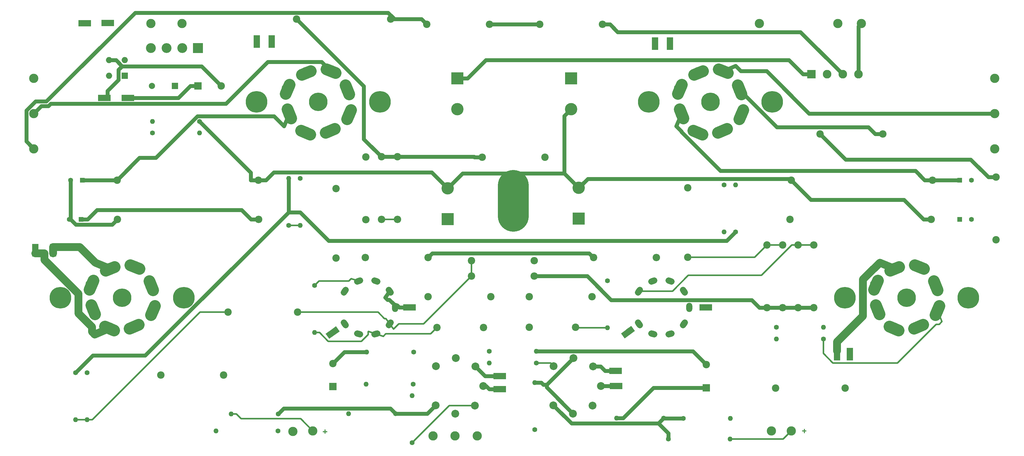
<source format=gbr>
G04 #@! TF.GenerationSoftware,KiCad,Pcbnew,(5.0.0)*
G04 #@! TF.CreationDate,2020-05-22T12:26:49+01:00*
G04 #@! TF.ProjectId,KIT88,4B495438382E6B696361645F70636200,rev?*
G04 #@! TF.SameCoordinates,Original*
G04 #@! TF.FileFunction,Copper,L1,Top,Signal*
G04 #@! TF.FilePolarity,Positive*
%FSLAX46Y46*%
G04 Gerber Fmt 4.6, Leading zero omitted, Abs format (unit mm)*
G04 Created by KiCad (PCBNEW (5.0.0)) date 05/22/20 12:26:49*
%MOMM*%
%LPD*%
G01*
G04 APERTURE LIST*
G04 #@! TA.AperFunction,NonConductor*
%ADD10C,0.300000*%
G04 #@! TD*
G04 #@! TA.AperFunction,ComponentPad*
%ADD11C,3.000000*%
G04 #@! TD*
G04 #@! TA.AperFunction,ComponentPad*
%ADD12R,2.000000X2.100000*%
G04 #@! TD*
G04 #@! TA.AperFunction,ComponentPad*
%ADD13C,2.000000*%
G04 #@! TD*
G04 #@! TA.AperFunction,Conductor*
%ADD14C,0.100000*%
G04 #@! TD*
G04 #@! TA.AperFunction,ComponentPad*
%ADD15R,2.100000X2.000000*%
G04 #@! TD*
G04 #@! TA.AperFunction,ComponentPad*
%ADD16C,2.540000*%
G04 #@! TD*
G04 #@! TA.AperFunction,Conductor*
%ADD17C,2.000000*%
G04 #@! TD*
G04 #@! TA.AperFunction,ComponentPad*
%ADD18O,2.000000X3.000000*%
G04 #@! TD*
G04 #@! TA.AperFunction,ComponentPad*
%ADD19C,7.000000*%
G04 #@! TD*
G04 #@! TA.AperFunction,ComponentPad*
%ADD20C,6.000000*%
G04 #@! TD*
G04 #@! TA.AperFunction,ComponentPad*
%ADD21C,3.800000*%
G04 #@! TD*
G04 #@! TA.AperFunction,Conductor*
%ADD22C,3.800000*%
G04 #@! TD*
G04 #@! TA.AperFunction,ComponentPad*
%ADD23R,2.000000X2.000000*%
G04 #@! TD*
G04 #@! TA.AperFunction,ComponentPad*
%ADD24O,2.000000X2.000000*%
G04 #@! TD*
G04 #@! TA.AperFunction,ComponentPad*
%ADD25O,2.400000X2.400000*%
G04 #@! TD*
G04 #@! TA.AperFunction,ComponentPad*
%ADD26C,2.400000*%
G04 #@! TD*
G04 #@! TA.AperFunction,ComponentPad*
%ADD27C,2.800000*%
G04 #@! TD*
G04 #@! TA.AperFunction,ComponentPad*
%ADD28R,2.800000X2.800000*%
G04 #@! TD*
G04 #@! TA.AperFunction,ComponentPad*
%ADD29C,3.200000*%
G04 #@! TD*
G04 #@! TA.AperFunction,ComponentPad*
%ADD30R,3.200000X3.200000*%
G04 #@! TD*
G04 #@! TA.AperFunction,ComponentPad*
%ADD31C,4.000000*%
G04 #@! TD*
G04 #@! TA.AperFunction,ComponentPad*
%ADD32R,4.000000X4.000000*%
G04 #@! TD*
G04 #@! TA.AperFunction,ComponentPad*
%ADD33R,2.400000X2.400000*%
G04 #@! TD*
G04 #@! TA.AperFunction,ComponentPad*
%ADD34R,1.600000X1.600000*%
G04 #@! TD*
G04 #@! TA.AperFunction,ComponentPad*
%ADD35C,1.600000*%
G04 #@! TD*
G04 #@! TA.AperFunction,ComponentPad*
%ADD36O,1.600000X1.600000*%
G04 #@! TD*
G04 #@! TA.AperFunction,ComponentPad*
%ADD37O,10.000000X20.000000*%
G04 #@! TD*
G04 #@! TA.AperFunction,Conductor*
%ADD38C,1.270000*%
G04 #@! TD*
G04 #@! TA.AperFunction,Conductor*
%ADD39C,0.508000*%
G04 #@! TD*
G04 #@! TA.AperFunction,Conductor*
%ADD40C,2.540000*%
G04 #@! TD*
G04 APERTURE END LIST*
D10*
X112776071Y-233914142D02*
X113918928Y-233914142D01*
X113347500Y-234485571D02*
X113347500Y-233342714D01*
X267919271Y-233723642D02*
X269062128Y-233723642D01*
X268490700Y-234295071D02*
X268490700Y-233152214D01*
D11*
G04 #@! TO.P,TP1,1*
G04 #@! TO.N,/V3Anode*
X19050000Y-119380000D03*
G04 #@! TD*
G04 #@! TO.P,TP2,1*
G04 #@! TO.N,/TR2*
X56921400Y-101600000D03*
G04 #@! TD*
G04 #@! TO.P,TP6,1*
G04 #@! TO.N,/V1Anode*
X19050000Y-130810000D03*
G04 #@! TD*
G04 #@! TO.P,TP7,1*
G04 #@! TO.N,510v*
X19050000Y-142240000D03*
G04 #@! TD*
G04 #@! TO.P,TP8,1*
G04 #@! TO.N,510v*
X330200000Y-142240000D03*
G04 #@! TD*
G04 #@! TO.P,TP9,1*
G04 #@! TO.N,225v*
X254000000Y-101600000D03*
G04 #@! TD*
G04 #@! TO.P,TP10,1*
G04 #@! TO.N,/TR1*
X287020000Y-101600000D03*
G04 #@! TD*
G04 #@! TO.P,TP11,1*
G04 #@! TO.N,/TR6*
X279400000Y-101600000D03*
G04 #@! TD*
G04 #@! TO.P,TP12,1*
G04 #@! TO.N,/V2Anode*
X330200000Y-130810000D03*
G04 #@! TD*
G04 #@! TO.P,TP13,1*
G04 #@! TO.N,/V4Anode*
X330200000Y-119380000D03*
G04 #@! TD*
G04 #@! TO.P,TP14,1*
G04 #@! TO.N,GND*
X155410000Y-235344000D03*
G04 #@! TD*
G04 #@! TO.P,TP15,1*
G04 #@! TO.N,/FBR*
X109360000Y-233680000D03*
G04 #@! TD*
G04 #@! TO.P,TP16,1*
G04 #@! TO.N,/Signal1R*
X148298000Y-235344000D03*
G04 #@! TD*
G04 #@! TO.P,TP18,1*
G04 #@! TO.N,/Signal1L*
X162649000Y-235344000D03*
G04 #@! TD*
G04 #@! TO.P,TP19,1*
G04 #@! TO.N,/FBL*
X264287000Y-233680000D03*
G04 #@! TD*
G04 #@! TO.P,TP20,1*
G04 #@! TO.N,GND*
X257823000Y-233680000D03*
G04 #@! TD*
G04 #@! TO.P,TP21,1*
G04 #@! TO.N,GND*
X102959000Y-233832000D03*
G04 #@! TD*
G04 #@! TO.P,TP3,1*
G04 #@! TO.N,/TR5*
X67056000Y-101600000D03*
G04 #@! TD*
D12*
G04 #@! TO.P,TP100,1*
G04 #@! TO.N,/V1H+*
X91262200Y-108496000D03*
X91262200Y-106464000D03*
G04 #@! TD*
G04 #@! TO.P,TP101,1*
G04 #@! TO.N,/V1H-*
X96050100Y-106464000D03*
X96050100Y-108496000D03*
G04 #@! TD*
G04 #@! TO.P,TP200,1*
G04 #@! TO.N,/V2H+*
X220180000Y-109156000D03*
X220180000Y-107124000D03*
G04 #@! TD*
G04 #@! TO.P,TP201,1*
G04 #@! TO.N,/V2H-*
X224968000Y-107150000D03*
X224968000Y-109182000D03*
G04 #@! TD*
G04 #@! TO.P,TP300,1*
G04 #@! TO.N,/V3H+*
X19545300Y-176098000D03*
X19545300Y-174066000D03*
G04 #@! TD*
G04 #@! TO.P,TP301,1*
G04 #@! TO.N,/V3H-*
X25311100Y-174092000D03*
X25311100Y-176124000D03*
G04 #@! TD*
G04 #@! TO.P,TP400,1*
G04 #@! TO.N,/V4H+*
X283274000Y-209791000D03*
X283274000Y-207759000D03*
G04 #@! TD*
G04 #@! TO.P,TP401,1*
G04 #@! TO.N,/V4H-*
X279082000Y-207759000D03*
X279082000Y-209791000D03*
G04 #@! TD*
D13*
G04 #@! TO.P,TP50,1*
G04 #@! TO.N,/V5H-*
X116603923Y-201205620D03*
D14*
G04 #@! TD*
G04 #@! TO.N,/V5H-*
G04 #@! TO.C,TP50*
G36*
X116342240Y-202631812D02*
X115166670Y-201013778D01*
X116865606Y-199779428D01*
X118041176Y-201397462D01*
X116342240Y-202631812D01*
X116342240Y-202631812D01*
G37*
D13*
G04 #@! TO.P,TP50,1*
G04 #@! TO.N,/V5H-*
X114960000Y-202400000D03*
D14*
G04 #@! TD*
G04 #@! TO.N,/V5H-*
G04 #@! TO.C,TP50*
G36*
X114698317Y-203826192D02*
X113522747Y-202208158D01*
X115221683Y-200973808D01*
X116397253Y-202591842D01*
X114698317Y-203826192D01*
X114698317Y-203826192D01*
G37*
D15*
G04 #@! TO.P,TP51,1*
G04 #@! TO.N,/V5H+*
X141707000Y-193650000D03*
X139675000Y-193650000D03*
G04 #@! TD*
D13*
G04 #@! TO.P,TP60,1*
G04 #@! TO.N,/V6H-*
X212247923Y-201078620D03*
D14*
G04 #@! TD*
G04 #@! TO.N,/V6H-*
G04 #@! TO.C,TP60*
G36*
X211986240Y-202504812D02*
X210810670Y-200886778D01*
X212509606Y-199652428D01*
X213685176Y-201270462D01*
X211986240Y-202504812D01*
X211986240Y-202504812D01*
G37*
D13*
G04 #@! TO.P,TP60,1*
G04 #@! TO.N,/V6H-*
X210604000Y-202273000D03*
D14*
G04 #@! TD*
G04 #@! TO.N,/V6H-*
G04 #@! TO.C,TP60*
G36*
X210342317Y-203699192D02*
X209166747Y-202081158D01*
X210865683Y-200846808D01*
X212041253Y-202464842D01*
X210342317Y-203699192D01*
X210342317Y-203699192D01*
G37*
D15*
G04 #@! TO.P,TP61,1*
G04 #@! TO.N,/V6H+*
X237617000Y-193650000D03*
X235585000Y-193650000D03*
G04 #@! TD*
G04 #@! TO.P,TP80,1*
G04 #@! TO.N,/V8H-*
X208572000Y-219100000D03*
X206540000Y-219100000D03*
G04 #@! TD*
G04 #@! TO.P,TP81,1*
G04 #@! TO.N,/V8H+*
X208394000Y-214211000D03*
X206362000Y-214211000D03*
G04 #@! TD*
G04 #@! TO.P,TP90,1*
G04 #@! TO.N,/Stage1Heater+*
X50546000Y-125730000D03*
X48514000Y-125730000D03*
G04 #@! TD*
G04 #@! TO.P,TP91,1*
G04 #@! TO.N,/Stage1Heater-*
X42926000Y-125730000D03*
X40894000Y-125730000D03*
G04 #@! TD*
G04 #@! TO.P,TP70,1*
G04 #@! TO.N,/V7H-*
X170878000Y-220167000D03*
X168846000Y-220167000D03*
G04 #@! TD*
G04 #@! TO.P,TP71,1*
G04 #@! TO.N,/V7H+*
X170878000Y-215900000D03*
X168846000Y-215900000D03*
G04 #@! TD*
G04 #@! TO.P,TP5,1*
G04 #@! TO.N,/TR4*
X43992800Y-101410000D03*
X41960800Y-101410000D03*
G04 #@! TD*
G04 #@! TO.P,TP4,1*
G04 #@! TO.N,/TR3*
X36563300Y-101511000D03*
X34531300Y-101511000D03*
G04 #@! TD*
D16*
G04 #@! TO.P,U7,7*
G04 #@! TO.N,/U7Cathode*
X149158749Y-225377493D03*
G04 #@! TO.P,U7,6*
G04 #@! TO.N,/U7Grid*
X155498468Y-228068545D03*
G04 #@! TO.P,U7,5*
G04 #@! TO.N,/Signal2R*
X161877493Y-225491251D03*
G04 #@! TO.P,U7,4*
G04 #@! TO.N,/V7H-*
X164568545Y-219151532D03*
G04 #@! TO.P,U7,3*
G04 #@! TO.N,/V7H+*
X161991251Y-212772507D03*
G04 #@! TO.P,U7,2*
G04 #@! TO.N,/U7Grid*
X155651532Y-210081455D03*
G04 #@! TO.P,U7,1*
G04 #@! TO.N,/V7Input*
X149272507Y-212658749D03*
G04 #@! TD*
G04 #@! TO.P,U8,7*
G04 #@! TO.N,/U8Cathode*
X187258749Y-225377493D03*
G04 #@! TO.P,U8,6*
G04 #@! TO.N,/U8Grid*
X193598468Y-228068545D03*
G04 #@! TO.P,U8,5*
G04 #@! TO.N,/Signal2L*
X199977493Y-225491251D03*
G04 #@! TO.P,U8,4*
G04 #@! TO.N,/V8H-*
X202668545Y-219151532D03*
G04 #@! TO.P,U8,3*
G04 #@! TO.N,/V8H+*
X200091251Y-212772507D03*
G04 #@! TO.P,U8,2*
G04 #@! TO.N,/U8Grid*
X193751532Y-210081455D03*
G04 #@! TO.P,U8,1*
G04 #@! TO.N,/V8Input*
X187372507Y-212658749D03*
G04 #@! TD*
D13*
G04 #@! TO.P,U5,1*
G04 #@! TO.N,/Signal3Ra*
X119720000Y-188385000D03*
D17*
G04 #@! TD*
G04 #@! TO.N,/Signal3Ra*
G04 #@! TO.C,U5*
X119426107Y-188789508D02*
X120013893Y-187980492D01*
D13*
G04 #@! TO.P,U5,2*
G04 #@! TO.N,/Signal2R*
X124220000Y-185115000D03*
D17*
G04 #@! TD*
G04 #@! TO.N,/Signal2R*
G04 #@! TO.C,U5*
X123744472Y-185269508D02*
X124695528Y-184960492D01*
D13*
G04 #@! TO.P,U5,3*
G04 #@! TO.N,/U5Cathode*
X129780000Y-185115000D03*
D17*
G04 #@! TD*
G04 #@! TO.N,/U5Cathode*
G04 #@! TO.C,U5*
X129304472Y-184960492D02*
X130255528Y-185269508D01*
D13*
G04 #@! TO.P,U5,4*
G04 #@! TO.N,/V5H+*
X134280000Y-188385000D03*
D17*
G04 #@! TD*
G04 #@! TO.N,/V5H+*
G04 #@! TO.C,U5*
X133986107Y-187980492D02*
X134573893Y-188789508D01*
D18*
G04 #@! TO.P,U5,5*
G04 #@! TO.N,/V5H+*
X136000000Y-193675000D03*
D13*
G04 #@! TO.P,U5,6*
G04 #@! TO.N,/Signal3Rb*
X134280000Y-198965000D03*
D17*
G04 #@! TD*
G04 #@! TO.N,/Signal3Rb*
G04 #@! TO.C,U5*
X133986107Y-199369508D02*
X134573893Y-198560492D01*
D13*
G04 #@! TO.P,U5,7*
G04 #@! TO.N,/Signal3R*
X129780000Y-202235000D03*
D17*
G04 #@! TD*
G04 #@! TO.N,/Signal3R*
G04 #@! TO.C,U5*
X129304472Y-202389508D02*
X130255528Y-202080492D01*
D13*
G04 #@! TO.P,U5,8*
G04 #@! TO.N,/U5Cathode*
X124220000Y-202235000D03*
D17*
G04 #@! TD*
G04 #@! TO.N,/U5Cathode*
G04 #@! TO.C,U5*
X123744472Y-202080492D02*
X124695528Y-202389508D01*
D13*
G04 #@! TO.P,U5,9*
G04 #@! TO.N,/V5H-*
X119720000Y-198965000D03*
D17*
G04 #@! TD*
G04 #@! TO.N,/V5H-*
G04 #@! TO.C,U5*
X119426107Y-198560492D02*
X120013893Y-199369508D01*
D13*
G04 #@! TO.P,U6,1*
G04 #@! TO.N,/Signal3La*
X214970000Y-188385000D03*
D17*
G04 #@! TD*
G04 #@! TO.N,/Signal3La*
G04 #@! TO.C,U6*
X214676107Y-188789508D02*
X215263893Y-187980492D01*
D13*
G04 #@! TO.P,U6,2*
G04 #@! TO.N,/Signal2L*
X219470000Y-185115000D03*
D17*
G04 #@! TD*
G04 #@! TO.N,/Signal2L*
G04 #@! TO.C,U6*
X218994472Y-185269508D02*
X219945528Y-184960492D01*
D13*
G04 #@! TO.P,U6,3*
G04 #@! TO.N,/U6Cathode*
X225030000Y-185115000D03*
D17*
G04 #@! TD*
G04 #@! TO.N,/U6Cathode*
G04 #@! TO.C,U6*
X224554472Y-184960492D02*
X225505528Y-185269508D01*
D13*
G04 #@! TO.P,U6,4*
G04 #@! TO.N,/V6H+*
X229530000Y-188385000D03*
D17*
G04 #@! TD*
G04 #@! TO.N,/V6H+*
G04 #@! TO.C,U6*
X229236107Y-187980492D02*
X229823893Y-188789508D01*
D18*
G04 #@! TO.P,U6,5*
G04 #@! TO.N,/V6H+*
X231250000Y-193675000D03*
D13*
G04 #@! TO.P,U6,6*
G04 #@! TO.N,/Signal3Lb*
X229530000Y-198965000D03*
D17*
G04 #@! TD*
G04 #@! TO.N,/Signal3Lb*
G04 #@! TO.C,U6*
X229236107Y-199369508D02*
X229823893Y-198560492D01*
D13*
G04 #@! TO.P,U6,7*
G04 #@! TO.N,/Signal3L*
X225030000Y-202235000D03*
D17*
G04 #@! TD*
G04 #@! TO.N,/Signal3L*
G04 #@! TO.C,U6*
X224554472Y-202389508D02*
X225505528Y-202080492D01*
D13*
G04 #@! TO.P,U6,8*
G04 #@! TO.N,/U6Cathode*
X219470000Y-202235000D03*
D17*
G04 #@! TD*
G04 #@! TO.N,/U6Cathode*
G04 #@! TO.C,U6*
X218994472Y-202080492D02*
X219945528Y-202389508D01*
D13*
G04 #@! TO.P,U6,9*
G04 #@! TO.N,/V6H-*
X214970000Y-198965000D03*
D17*
G04 #@! TD*
G04 #@! TO.N,/V6H-*
G04 #@! TO.C,U6*
X214676107Y-198560492D02*
X215263893Y-199369508D01*
D19*
G04 #@! TO.P,U2,10*
G04 #@! TO.N,N/C*
X258125000Y-127000000D03*
G04 #@! TO.P,U2,9*
X218125000Y-127000000D03*
D20*
G04 #@! TO.P,U2,*
G04 #@! TO.N,*
X238125000Y-127000000D03*
D21*
G04 #@! TO.P,U2,8*
G04 #@! TO.N,/V2Cathode*
X228738384Y-130888064D03*
D22*
G04 #@! TD*
G04 #@! TO.N,/V2Cathode*
G04 #@! TO.C,U2*
X229350677Y-132366271D02*
X228126091Y-129409857D01*
D21*
G04 #@! TO.P,U2,7*
G04 #@! TO.N,/V2H+*
X234001086Y-136956010D03*
D22*
G04 #@! TD*
G04 #@! TO.N,/V2H+*
G04 #@! TO.C,U2*
X235479293Y-137568303D02*
X232522879Y-136343717D01*
D21*
G04 #@! TO.P,U2,6*
G04 #@! TO.N,N/C*
X242013064Y-136386616D03*
D22*
G04 #@! TD*
G04 #@! TO.N,N/C*
G04 #@! TO.C,U2*
X240534857Y-136998909D02*
X243491271Y-135774323D01*
D21*
G04 #@! TO.P,U2,5*
G04 #@! TO.N,/Signal5Lb*
X248081010Y-131123914D03*
D22*
G04 #@! TD*
G04 #@! TO.N,/Signal5Lb*
G04 #@! TO.C,U2*
X247468717Y-132602121D02*
X248693303Y-129645707D01*
D21*
G04 #@! TO.P,U2,4*
G04 #@! TO.N,/V2Grid*
X247511616Y-123111936D03*
D22*
G04 #@! TD*
G04 #@! TO.N,/V2Grid*
G04 #@! TO.C,U2*
X248123909Y-124590143D02*
X246899323Y-121633729D01*
D21*
G04 #@! TO.P,U2,3*
G04 #@! TO.N,/V2Anode*
X242248914Y-117043990D03*
D22*
G04 #@! TD*
G04 #@! TO.N,/V2Anode*
G04 #@! TO.C,U2*
X240770707Y-116431697D02*
X243727121Y-117656283D01*
D21*
G04 #@! TO.P,U2,2*
G04 #@! TO.N,/V2H-*
X234236936Y-117613384D03*
D22*
G04 #@! TD*
G04 #@! TO.N,/V2H-*
G04 #@! TO.C,U2*
X235715143Y-117001091D02*
X232758729Y-118225677D01*
D21*
G04 #@! TO.P,U2,1*
G04 #@! TO.N,N/C*
X228168990Y-122876086D03*
D22*
G04 #@! TD*
G04 #@! TO.N,N/C*
G04 #@! TO.C,U2*
X227556697Y-124354293D02*
X228781283Y-121397879D01*
D19*
G04 #@! TO.P,U4,10*
G04 #@! TO.N,N/C*
X321625000Y-190500000D03*
G04 #@! TO.P,U4,9*
X281625000Y-190500000D03*
D20*
G04 #@! TO.P,U4,*
G04 #@! TO.N,*
X301625000Y-190500000D03*
D21*
G04 #@! TO.P,U4,8*
G04 #@! TO.N,/V4Cathode*
X292238384Y-194388064D03*
D22*
G04 #@! TD*
G04 #@! TO.N,/V4Cathode*
G04 #@! TO.C,U4*
X292850677Y-195866271D02*
X291626091Y-192909857D01*
D21*
G04 #@! TO.P,U4,7*
G04 #@! TO.N,/V4H+*
X297501086Y-200456010D03*
D22*
G04 #@! TD*
G04 #@! TO.N,/V4H+*
G04 #@! TO.C,U4*
X298979293Y-201068303D02*
X296022879Y-199843717D01*
D21*
G04 #@! TO.P,U4,6*
G04 #@! TO.N,N/C*
X305513064Y-199886616D03*
D22*
G04 #@! TD*
G04 #@! TO.N,N/C*
G04 #@! TO.C,U4*
X304034857Y-200498909D02*
X306991271Y-199274323D01*
D21*
G04 #@! TO.P,U4,5*
G04 #@! TO.N,/Signal5La*
X311581010Y-194623914D03*
D22*
G04 #@! TD*
G04 #@! TO.N,/Signal5La*
G04 #@! TO.C,U4*
X310968717Y-196102121D02*
X312193303Y-193145707D01*
D21*
G04 #@! TO.P,U4,4*
G04 #@! TO.N,/V4Grid*
X311011616Y-186611936D03*
D22*
G04 #@! TD*
G04 #@! TO.N,/V4Grid*
G04 #@! TO.C,U4*
X311623909Y-188090143D02*
X310399323Y-185133729D01*
D21*
G04 #@! TO.P,U4,3*
G04 #@! TO.N,/V4Anode*
X305748914Y-180543990D03*
D22*
G04 #@! TD*
G04 #@! TO.N,/V4Anode*
G04 #@! TO.C,U4*
X304270707Y-179931697D02*
X307227121Y-181156283D01*
D21*
G04 #@! TO.P,U4,2*
G04 #@! TO.N,/V4H-*
X297736936Y-181113384D03*
D22*
G04 #@! TD*
G04 #@! TO.N,/V4H-*
G04 #@! TO.C,U4*
X299215143Y-180501091D02*
X296258729Y-181725677D01*
D21*
G04 #@! TO.P,U4,1*
G04 #@! TO.N,N/C*
X291668990Y-186376086D03*
D22*
G04 #@! TD*
G04 #@! TO.N,N/C*
G04 #@! TO.C,U4*
X291056697Y-187854293D02*
X292281283Y-184897879D01*
D19*
G04 #@! TO.P,U1,10*
G04 #@! TO.N,N/C*
X131125000Y-127000000D03*
G04 #@! TO.P,U1,9*
X91125000Y-127000000D03*
D20*
G04 #@! TO.P,U1,*
G04 #@! TO.N,*
X111125000Y-127000000D03*
D21*
G04 #@! TO.P,U1,8*
G04 #@! TO.N,/V1Cathode*
X101738384Y-130888064D03*
D22*
G04 #@! TD*
G04 #@! TO.N,/V1Cathode*
G04 #@! TO.C,U1*
X102350677Y-132366271D02*
X101126091Y-129409857D01*
D21*
G04 #@! TO.P,U1,7*
G04 #@! TO.N,/V1H+*
X107001086Y-136956010D03*
D22*
G04 #@! TD*
G04 #@! TO.N,/V1H+*
G04 #@! TO.C,U1*
X108479293Y-137568303D02*
X105522879Y-136343717D01*
D21*
G04 #@! TO.P,U1,6*
G04 #@! TO.N,N/C*
X115013064Y-136386616D03*
D22*
G04 #@! TD*
G04 #@! TO.N,N/C*
G04 #@! TO.C,U1*
X113534857Y-136998909D02*
X116491271Y-135774323D01*
D21*
G04 #@! TO.P,U1,5*
G04 #@! TO.N,/Signal5Ra*
X121081010Y-131123914D03*
D22*
G04 #@! TD*
G04 #@! TO.N,/Signal5Ra*
G04 #@! TO.C,U1*
X120468717Y-132602121D02*
X121693303Y-129645707D01*
D21*
G04 #@! TO.P,U1,4*
G04 #@! TO.N,/V1Grid*
X120511616Y-123111936D03*
D22*
G04 #@! TD*
G04 #@! TO.N,/V1Grid*
G04 #@! TO.C,U1*
X121123909Y-124590143D02*
X119899323Y-121633729D01*
D21*
G04 #@! TO.P,U1,3*
G04 #@! TO.N,/V1Anode*
X115248914Y-117043990D03*
D22*
G04 #@! TD*
G04 #@! TO.N,/V1Anode*
G04 #@! TO.C,U1*
X113770707Y-116431697D02*
X116727121Y-117656283D01*
D21*
G04 #@! TO.P,U1,2*
G04 #@! TO.N,/V1H-*
X107236936Y-117613384D03*
D22*
G04 #@! TD*
G04 #@! TO.N,/V1H-*
G04 #@! TO.C,U1*
X108715143Y-117001091D02*
X105758729Y-118225677D01*
D21*
G04 #@! TO.P,U1,1*
G04 #@! TO.N,N/C*
X101168990Y-122876086D03*
D22*
G04 #@! TD*
G04 #@! TO.N,N/C*
G04 #@! TO.C,U1*
X100556697Y-124354293D02*
X101781283Y-121397879D01*
D19*
G04 #@! TO.P,U3,10*
G04 #@! TO.N,N/C*
X67625000Y-190500000D03*
G04 #@! TO.P,U3,9*
X27625000Y-190500000D03*
D20*
G04 #@! TO.P,U3,*
G04 #@! TO.N,*
X47625000Y-190500000D03*
D21*
G04 #@! TO.P,U3,8*
G04 #@! TO.N,/V3Cathode*
X38238384Y-194388064D03*
D22*
G04 #@! TD*
G04 #@! TO.N,/V3Cathode*
G04 #@! TO.C,U3*
X38850677Y-195866271D02*
X37626091Y-192909857D01*
D21*
G04 #@! TO.P,U3,7*
G04 #@! TO.N,/V3H+*
X43501086Y-200456010D03*
D22*
G04 #@! TD*
G04 #@! TO.N,/V3H+*
G04 #@! TO.C,U3*
X44979293Y-201068303D02*
X42022879Y-199843717D01*
D21*
G04 #@! TO.P,U3,6*
G04 #@! TO.N,N/C*
X51513064Y-199886616D03*
D22*
G04 #@! TD*
G04 #@! TO.N,N/C*
G04 #@! TO.C,U3*
X50034857Y-200498909D02*
X52991271Y-199274323D01*
D21*
G04 #@! TO.P,U3,5*
G04 #@! TO.N,/Signal5Rb*
X57581010Y-194623914D03*
D22*
G04 #@! TD*
G04 #@! TO.N,/Signal5Rb*
G04 #@! TO.C,U3*
X56968717Y-196102121D02*
X58193303Y-193145707D01*
D21*
G04 #@! TO.P,U3,4*
G04 #@! TO.N,/V3Grid*
X57011616Y-186611936D03*
D22*
G04 #@! TD*
G04 #@! TO.N,/V3Grid*
G04 #@! TO.C,U3*
X57623909Y-188090143D02*
X56399323Y-185133729D01*
D21*
G04 #@! TO.P,U3,3*
G04 #@! TO.N,/V3Anode*
X51748914Y-180543990D03*
D22*
G04 #@! TD*
G04 #@! TO.N,/V3Anode*
G04 #@! TO.C,U3*
X50270707Y-179931697D02*
X53227121Y-181156283D01*
D21*
G04 #@! TO.P,U3,2*
G04 #@! TO.N,/V3H-*
X43736936Y-181113384D03*
D22*
G04 #@! TD*
G04 #@! TO.N,/V3H-*
G04 #@! TO.C,U3*
X45215143Y-180501091D02*
X42258729Y-181725677D01*
D21*
G04 #@! TO.P,U3,1*
G04 #@! TO.N,N/C*
X37668990Y-186376086D03*
D22*
G04 #@! TD*
G04 #@! TO.N,N/C*
G04 #@! TO.C,U3*
X37056697Y-187854293D02*
X38281283Y-184897879D01*
D23*
G04 #@! TO.P,BR2,1*
G04 #@! TO.N,/Stage1Heater+*
X48475900Y-118567000D03*
D24*
G04 #@! TO.P,BR2,3*
G04 #@! TO.N,/Stage1Heater-*
X43395900Y-113487000D03*
G04 #@! TO.P,BR2,2*
G04 #@! TO.N,/TR4*
X48475900Y-113487000D03*
G04 #@! TO.P,BR2,4*
G04 #@! TO.N,/TR3*
X43395900Y-118567000D03*
G04 #@! TD*
D25*
G04 #@! TO.P,R13,2*
G04 #@! TO.N,GND*
X91719400Y-152400000D03*
D26*
G04 #@! TO.P,R13,1*
G04 #@! TO.N,/V1Cathode*
X45999400Y-152400000D03*
G04 #@! TD*
G04 #@! TO.P,R14,1*
G04 #@! TO.N,GND*
X264261000Y-152400000D03*
D25*
G04 #@! TO.P,R14,2*
G04 #@! TO.N,/V2Cathode*
X309981000Y-152400000D03*
G04 #@! TD*
D26*
G04 #@! TO.P,R15,1*
G04 #@! TO.N,GND*
X46126400Y-165100000D03*
D25*
G04 #@! TO.P,R15,2*
G04 #@! TO.N,/V3Cathode*
X91846400Y-165100000D03*
G04 #@! TD*
G04 #@! TO.P,R16,2*
G04 #@! TO.N,GND*
X309575000Y-165100000D03*
D26*
G04 #@! TO.P,R16,1*
G04 #@! TO.N,/V4Cathode*
X263855000Y-165100000D03*
G04 #@! TD*
D27*
G04 #@! TO.P,BR1,4*
G04 #@! TO.N,/TR1*
X286055000Y-118059000D03*
G04 #@! TO.P,BR1,3*
G04 #@! TO.N,GND*
X280975000Y-118059000D03*
G04 #@! TO.P,BR1,2*
G04 #@! TO.N,/TR6*
X275895000Y-118059000D03*
D28*
G04 #@! TO.P,BR1,1*
G04 #@! TO.N,510v*
X270815000Y-118059000D03*
G04 #@! TD*
D29*
G04 #@! TO.P,BR3,4*
G04 #@! TO.N,/TR2*
X56972200Y-109576000D03*
G04 #@! TO.P,BR3,3*
G04 #@! TO.N,/BiasV*
X62052200Y-109576000D03*
G04 #@! TO.P,BR3,2*
G04 #@! TO.N,/TR5*
X67132200Y-109576000D03*
D30*
G04 #@! TO.P,BR3,1*
G04 #@! TO.N,GND*
X72212200Y-109576000D03*
G04 #@! TD*
D31*
G04 #@! TO.P,C1,2*
G04 #@! TO.N,225v*
X156210000Y-129380000D03*
D32*
G04 #@! TO.P,C1,1*
G04 #@! TO.N,510v*
X156210000Y-119380000D03*
G04 #@! TD*
G04 #@! TO.P,C2,1*
G04 #@! TO.N,225v*
X193040000Y-119380000D03*
D31*
G04 #@! TO.P,C2,2*
G04 #@! TO.N,GND*
X193040000Y-129380000D03*
G04 #@! TD*
D33*
G04 #@! TO.P,C3,1*
G04 #@! TO.N,/Stage1Heater+*
X72212200Y-121818000D03*
D26*
G04 #@! TO.P,C3,2*
G04 #@! TO.N,/Stage1Heater-*
X79712200Y-121818000D03*
G04 #@! TD*
D23*
G04 #@! TO.P,C4,1*
G04 #@! TO.N,GND*
X64744600Y-121844000D03*
D13*
G04 #@! TO.P,C4,2*
G04 #@! TO.N,/BiasV*
X57244600Y-121844000D03*
G04 #@! TD*
D32*
G04 #@! TO.P,C5,1*
G04 #@! TO.N,365v*
X153035000Y-165062000D03*
D31*
G04 #@! TO.P,C5,2*
G04 #@! TO.N,GND*
X153035000Y-155062000D03*
G04 #@! TD*
G04 #@! TO.P,C6,2*
G04 #@! TO.N,GND*
X195491000Y-154884000D03*
D32*
G04 #@! TO.P,C6,1*
G04 #@! TO.N,290v*
X195491000Y-164884000D03*
G04 #@! TD*
D26*
G04 #@! TO.P,C7,1*
G04 #@! TO.N,/Signal4Ra*
X116916000Y-155105000D03*
G04 #@! TO.P,C7,2*
G04 #@! TO.N,/Signal3Ra*
X116916000Y-177605000D03*
G04 #@! TD*
G04 #@! TO.P,C8,1*
G04 #@! TO.N,/Signal4Lb*
X230759000Y-154902000D03*
G04 #@! TO.P,C8,2*
G04 #@! TO.N,/Signal3Lb*
X230759000Y-177402000D03*
G04 #@! TD*
D34*
G04 #@! TO.P,C9,1*
G04 #@! TO.N,/V1Cathode*
X34721800Y-152400000D03*
D35*
G04 #@! TO.P,C9,2*
G04 #@! TO.N,GND*
X30921800Y-152400000D03*
G04 #@! TD*
G04 #@! TO.P,C10,2*
G04 #@! TO.N,GND*
X322621000Y-152400000D03*
D34*
G04 #@! TO.P,C10,1*
G04 #@! TO.N,/V2Cathode*
X318821000Y-152400000D03*
G04 #@! TD*
D35*
G04 #@! TO.P,C11,2*
G04 #@! TO.N,GND*
X30566200Y-165100000D03*
D34*
G04 #@! TO.P,C11,1*
G04 #@! TO.N,/V3Cathode*
X34366200Y-165100000D03*
G04 #@! TD*
G04 #@! TO.P,C12,1*
G04 #@! TO.N,/V4Cathode*
X318821000Y-165100000D03*
D35*
G04 #@! TO.P,C12,2*
G04 #@! TO.N,GND*
X322621000Y-165100000D03*
G04 #@! TD*
D26*
G04 #@! TO.P,C13,1*
G04 #@! TO.N,/Signal3R*
X149606000Y-200203000D03*
G04 #@! TO.P,C13,2*
G04 #@! TO.N,GND*
X164606000Y-200203000D03*
G04 #@! TD*
G04 #@! TO.P,C14,2*
G04 #@! TO.N,GND*
X179437000Y-200101000D03*
G04 #@! TO.P,C14,1*
G04 #@! TO.N,/Signal3L*
X194437000Y-200101000D03*
G04 #@! TD*
G04 #@! TO.P,C15,2*
G04 #@! TO.N,/Signal3Rb*
X104402300Y-195174000D03*
G04 #@! TO.P,C15,1*
G04 #@! TO.N,/Signal4Rb*
X81902300Y-195174000D03*
G04 #@! TD*
G04 #@! TO.P,C16,2*
G04 #@! TO.N,/Signal3La*
X281707000Y-219837000D03*
G04 #@! TO.P,C16,1*
G04 #@! TO.N,/Signal4La*
X259207000Y-219837000D03*
G04 #@! TD*
D33*
G04 #@! TO.P,C17,1*
G04 #@! TO.N,/U7Cathode2*
X115913000Y-219342000D03*
D26*
G04 #@! TO.P,C17,2*
G04 #@! TO.N,GND*
X115913000Y-211842000D03*
G04 #@! TD*
G04 #@! TO.P,C18,2*
G04 #@! TO.N,GND*
X236792000Y-212223000D03*
D33*
G04 #@! TO.P,C18,1*
G04 #@! TO.N,/U8Cathode2*
X236792000Y-219723000D03*
G04 #@! TD*
D35*
G04 #@! TO.P,C19,1*
G04 #@! TO.N,/U7Cathode*
X98056700Y-233655000D03*
D36*
G04 #@! TO.P,C19,2*
G04 #@! TO.N,/FBR*
X78056700Y-233655000D03*
G04 #@! TD*
D26*
G04 #@! TO.P,R1,1*
G04 #@! TO.N,365v*
X104127000Y-100216000D03*
D25*
G04 #@! TO.P,R1,2*
G04 #@! TO.N,510v*
X134607000Y-100216000D03*
G04 #@! TD*
D36*
G04 #@! TO.P,R3,2*
G04 #@! TO.N,-10v*
X57480200Y-133401000D03*
D35*
G04 #@! TO.P,R3,1*
G04 #@! TO.N,GND*
X72720200Y-133401000D03*
G04 #@! TD*
D26*
G04 #@! TO.P,R4,1*
G04 #@! TO.N,290v*
X184506000Y-144958000D03*
D25*
G04 #@! TO.P,R4,2*
G04 #@! TO.N,365v*
X164186000Y-144958000D03*
G04 #@! TD*
D35*
G04 #@! TO.P,R5,1*
G04 #@! TO.N,-10v*
X57467500Y-137109000D03*
D36*
G04 #@! TO.P,R5,2*
G04 #@! TO.N,/BiasV*
X72707500Y-137109000D03*
G04 #@! TD*
D26*
G04 #@! TO.P,R6,1*
G04 #@! TO.N,/V1Grid*
X126556000Y-144843000D03*
D25*
G04 #@! TO.P,R6,2*
G04 #@! TO.N,225v*
X126556000Y-165163000D03*
G04 #@! TD*
D35*
G04 #@! TO.P,R8,1*
G04 #@! TO.N,/Signal5Ra*
X105283000Y-151841000D03*
D36*
G04 #@! TO.P,R8,2*
G04 #@! TO.N,/Signal4Ra*
X105283000Y-167081000D03*
G04 #@! TD*
G04 #@! TO.P,R9,2*
G04 #@! TO.N,-10v*
X101549000Y-151828000D03*
D35*
G04 #@! TO.P,R9,1*
G04 #@! TO.N,/Signal4Ra*
X101549000Y-167068000D03*
G04 #@! TD*
D36*
G04 #@! TO.P,R10,2*
G04 #@! TO.N,/Signal4Lb*
X242519000Y-169189000D03*
D35*
G04 #@! TO.P,R10,1*
G04 #@! TO.N,/Signal5Lb*
X242519000Y-153949000D03*
G04 #@! TD*
D36*
G04 #@! TO.P,R11,2*
G04 #@! TO.N,/Signal4Lb*
X246253000Y-153962000D03*
D35*
G04 #@! TO.P,R11,1*
G04 #@! TO.N,-10v*
X246253000Y-169202000D03*
G04 #@! TD*
D25*
G04 #@! TO.P,R12,2*
G04 #@! TO.N,/V2Grid*
X293916000Y-137401000D03*
D26*
G04 #@! TO.P,R12,1*
G04 #@! TO.N,225v*
X273596000Y-137401000D03*
G04 #@! TD*
D25*
G04 #@! TO.P,R17,2*
G04 #@! TO.N,/Signal2R*
X126365000Y-177508000D03*
D26*
G04 #@! TO.P,R17,1*
G04 #@! TO.N,290v*
X146685000Y-177508000D03*
G04 #@! TD*
D25*
G04 #@! TO.P,R18,2*
G04 #@! TO.N,/Signal2L*
X220599000Y-177508000D03*
D26*
G04 #@! TO.P,R18,1*
G04 #@! TO.N,290v*
X200279000Y-177508000D03*
G04 #@! TD*
D25*
G04 #@! TO.P,R21,2*
G04 #@! TO.N,/U5Cathode*
X146723000Y-190170000D03*
D26*
G04 #@! TO.P,R21,1*
G04 #@! TO.N,GND*
X167043000Y-190170000D03*
G04 #@! TD*
D25*
G04 #@! TO.P,R22,2*
G04 #@! TO.N,/U6Cathode*
X199784000Y-190170000D03*
D26*
G04 #@! TO.P,R22,1*
G04 #@! TO.N,GND*
X179464000Y-190170000D03*
G04 #@! TD*
D36*
G04 #@! TO.P,R23,2*
G04 #@! TO.N,/Signal3R*
X109957000Y-201778000D03*
D35*
G04 #@! TO.P,R23,1*
G04 #@! TO.N,/Signal2R*
X109957000Y-186538000D03*
G04 #@! TD*
G04 #@! TO.P,R25,1*
G04 #@! TO.N,/Signal2L*
X204737000Y-185014000D03*
D36*
G04 #@! TO.P,R25,2*
G04 #@! TO.N,/Signal3L*
X204737000Y-200254000D03*
G04 #@! TD*
D35*
G04 #@! TO.P,R26,1*
G04 #@! TO.N,/Signal4La*
X259461000Y-200114000D03*
D36*
G04 #@! TO.P,R26,2*
G04 #@! TO.N,-10v*
X274701000Y-200114000D03*
G04 #@! TD*
G04 #@! TO.P,R27,2*
G04 #@! TO.N,/Signal4La*
X259474000Y-203873000D03*
D35*
G04 #@! TO.P,R27,1*
G04 #@! TO.N,/Signal5La*
X274714000Y-203873000D03*
G04 #@! TD*
G04 #@! TO.P,R28,1*
G04 #@! TO.N,/Signal1R*
X142075000Y-208166000D03*
D36*
G04 #@! TO.P,R28,2*
G04 #@! TO.N,GND*
X126835000Y-208166000D03*
G04 #@! TD*
D35*
G04 #@! TO.P,R29,1*
G04 #@! TO.N,/Signal1L*
X166522000Y-207912000D03*
D36*
G04 #@! TO.P,R29,2*
G04 #@! TO.N,GND*
X181762000Y-207912000D03*
G04 #@! TD*
D35*
G04 #@! TO.P,R30,1*
G04 #@! TO.N,-10v*
X32562800Y-214833000D03*
D36*
G04 #@! TO.P,R30,2*
G04 #@! TO.N,/Signal4Rb*
X32562800Y-230073000D03*
G04 #@! TD*
G04 #@! TO.P,R31,2*
G04 #@! TO.N,/Signal4Rb*
X36322000Y-230060000D03*
D35*
G04 #@! TO.P,R31,1*
G04 #@! TO.N,/Signal5Rb*
X36322000Y-214820000D03*
G04 #@! TD*
D25*
G04 #@! TO.P,R32,2*
G04 #@! TO.N,/V3Grid*
X60159900Y-215544000D03*
D26*
G04 #@! TO.P,R32,1*
G04 #@! TO.N,225v*
X80479900Y-215544000D03*
G04 #@! TD*
G04 #@! TO.P,R33,1*
G04 #@! TO.N,/V4Grid*
X330581000Y-171755000D03*
D25*
G04 #@! TO.P,R33,2*
G04 #@! TO.N,225v*
X330581000Y-151435000D03*
G04 #@! TD*
D35*
G04 #@! TO.P,R34,1*
G04 #@! TO.N,/V7Input*
X141833000Y-218567000D03*
D36*
G04 #@! TO.P,R34,2*
G04 #@! TO.N,/Signal1R*
X126593000Y-218567000D03*
G04 #@! TD*
G04 #@! TO.P,R35,2*
G04 #@! TO.N,/Signal1L*
X166510000Y-211696000D03*
D35*
G04 #@! TO.P,R35,1*
G04 #@! TO.N,/V8Input*
X181750000Y-211696000D03*
G04 #@! TD*
D36*
G04 #@! TO.P,R36,2*
G04 #@! TO.N,/U7Grid*
X141567000Y-222263000D03*
D35*
G04 #@! TO.P,R36,1*
G04 #@! TO.N,/Signal2R*
X141567000Y-237503000D03*
G04 #@! TD*
G04 #@! TO.P,R37,1*
G04 #@! TO.N,/Signal2L*
X181254000Y-233274000D03*
D36*
G04 #@! TO.P,R37,2*
G04 #@! TO.N,/U8Grid*
X181254000Y-218034000D03*
G04 #@! TD*
G04 #@! TO.P,R38,2*
G04 #@! TO.N,/FBR*
X82943700Y-228194000D03*
D35*
G04 #@! TO.P,R38,1*
G04 #@! TO.N,/U7Cathode*
X98183700Y-228194000D03*
G04 #@! TD*
G04 #@! TO.P,R39,1*
G04 #@! TO.N,/U8Cathode*
X229298000Y-229591000D03*
D36*
G04 #@! TO.P,R39,2*
G04 #@! TO.N,/FBL*
X244538000Y-229591000D03*
G04 #@! TD*
D35*
G04 #@! TO.P,R40,1*
G04 #@! TO.N,/U7Cathode*
X136233000Y-228105000D03*
D36*
G04 #@! TO.P,R40,2*
G04 #@! TO.N,/U7Cathode2*
X120993000Y-228105000D03*
G04 #@! TD*
G04 #@! TO.P,R41,2*
G04 #@! TO.N,/U8Cathode2*
X207747000Y-229578000D03*
D35*
G04 #@! TO.P,R41,1*
G04 #@! TO.N,/U8Cathode*
X222987000Y-229578000D03*
G04 #@! TD*
D26*
G04 #@! TO.P,R70,1*
G04 #@! TO.N,365v*
X136817000Y-144831000D03*
D25*
G04 #@! TO.P,R70,2*
G04 #@! TO.N,/Signal3Ra*
X136817000Y-165151000D03*
G04 #@! TD*
G04 #@! TO.P,R71,2*
G04 #@! TO.N,/Signal3Ra*
X131585000Y-165151000D03*
D26*
G04 #@! TO.P,R71,1*
G04 #@! TO.N,365v*
X131585000Y-144831000D03*
G04 #@! TD*
G04 #@! TO.P,R190,1*
G04 #@! TO.N,/Signal3Lb*
X261493000Y-173444000D03*
D25*
G04 #@! TO.P,R190,2*
G04 #@! TO.N,365v*
X261493000Y-193764000D03*
G04 #@! TD*
D26*
G04 #@! TO.P,R191,1*
G04 #@! TO.N,/Signal3Lb*
X256438000Y-173444000D03*
D25*
G04 #@! TO.P,R191,2*
G04 #@! TO.N,365v*
X256438000Y-193764000D03*
G04 #@! TD*
D26*
G04 #@! TO.P,R200,1*
G04 #@! TO.N,365v*
X271590000Y-193764000D03*
D25*
G04 #@! TO.P,R200,2*
G04 #@! TO.N,/Signal3La*
X271590000Y-173444000D03*
G04 #@! TD*
D26*
G04 #@! TO.P,R201,1*
G04 #@! TO.N,365v*
X266535000Y-193764000D03*
D25*
G04 #@! TO.P,R201,2*
G04 #@! TO.N,/Signal3La*
X266535000Y-173444000D03*
G04 #@! TD*
D26*
G04 #@! TO.P,R240,1*
G04 #@! TO.N,/Signal3Rb*
X160718000Y-178473000D03*
D25*
G04 #@! TO.P,R240,2*
G04 #@! TO.N,365v*
X181038000Y-178473000D03*
G04 #@! TD*
G04 #@! TO.P,R241,2*
G04 #@! TO.N,365v*
X181038000Y-183528000D03*
D26*
G04 #@! TO.P,R241,1*
G04 #@! TO.N,/Signal3Rb*
X160718000Y-183528000D03*
G04 #@! TD*
G04 #@! TO.P,RS1,1*
G04 #@! TO.N,510v*
X146228000Y-101905000D03*
D25*
G04 #@! TO.P,RS1,2*
G04 #@! TO.N,225v*
X166548000Y-101905000D03*
G04 #@! TD*
G04 #@! TO.P,RS2,2*
G04 #@! TO.N,GND*
X203124000Y-101905000D03*
D26*
G04 #@! TO.P,RS2,1*
G04 #@! TO.N,225v*
X182804000Y-101905000D03*
G04 #@! TD*
D35*
G04 #@! TO.P,C20,1*
G04 #@! TO.N,/U8Cathode*
X224511000Y-236309000D03*
D36*
G04 #@! TO.P,C20,2*
G04 #@! TO.N,/FBL*
X244511000Y-236309000D03*
G04 #@! TD*
D12*
G04 #@! TO.P,TP0,1*
G04 #@! TO.N,N/C*
X174294800Y-166763700D03*
X174294800Y-164223700D03*
D37*
X174294800Y-159143700D03*
D12*
X174294800Y-161937700D03*
G04 #@! TD*
D38*
G04 #@! TO.N,GND*
X190841600Y-150234600D02*
X157862400Y-150234600D01*
X157862400Y-150234600D02*
X153035000Y-155062000D01*
X195491000Y-154884000D02*
X190841600Y-150234600D01*
X193040000Y-129380000D02*
X190841600Y-131578400D01*
X190841600Y-131578400D02*
X190841600Y-150234600D01*
X30921800Y-165100000D02*
X32611200Y-166789400D01*
X32611200Y-166789400D02*
X44437000Y-166789400D01*
X44437000Y-166789400D02*
X46126400Y-165100000D01*
X30566200Y-165100000D02*
X30921800Y-165100000D01*
X30921800Y-165100000D02*
X30921800Y-152400000D01*
X264261000Y-152400000D02*
X263835800Y-151974800D01*
X263835800Y-151974800D02*
X198400200Y-151974800D01*
X198400200Y-151974800D02*
X195491000Y-154884000D01*
X203124000Y-101905000D02*
X205594000Y-101905000D01*
X205594000Y-101905000D02*
X208064000Y-104375000D01*
X208064000Y-104375000D02*
X267291000Y-104375000D01*
X267291000Y-104375000D02*
X280975000Y-118059000D01*
X307105000Y-165100000D02*
X300755000Y-158750000D01*
X300755000Y-158750000D02*
X270611000Y-158750000D01*
X270611000Y-158750000D02*
X264261000Y-152400000D01*
X153035000Y-155062000D02*
X147865100Y-149892100D01*
X147865100Y-149892100D02*
X96697300Y-149892100D01*
X96697300Y-149892100D02*
X94189400Y-152400000D01*
X91719400Y-152400000D02*
X94189400Y-152400000D01*
X91719400Y-152400000D02*
X89249400Y-152400000D01*
X72720200Y-133401000D02*
X89249400Y-149930200D01*
X89249400Y-149930200D02*
X89249400Y-152400000D01*
X236792000Y-212223000D02*
X232481000Y-207912000D01*
X232481000Y-207912000D02*
X181762000Y-207912000D01*
X309575000Y-165100000D02*
X307105000Y-165100000D01*
X126835000Y-208166000D02*
X119589000Y-208166000D01*
X119589000Y-208166000D02*
X115913000Y-211842000D01*
G04 #@! TO.N,510v*
X270815000Y-118059000D02*
X268145000Y-118059000D01*
X156210000Y-119380000D02*
X159480000Y-119380000D01*
X159480000Y-119380000D02*
X165382600Y-113477400D01*
X165382600Y-113477400D02*
X263563400Y-113477400D01*
X263563400Y-113477400D02*
X268145000Y-118059000D01*
X135842000Y-100216000D02*
X133734600Y-98108600D01*
X133734600Y-98108600D02*
X51856100Y-98108600D01*
X51856100Y-98108600D02*
X23107600Y-126857100D01*
X23107600Y-126857100D02*
X19594500Y-126857100D01*
X19594500Y-126857100D02*
X16623300Y-129828300D01*
X16623300Y-129828300D02*
X16623300Y-139813300D01*
X16623300Y-139813300D02*
X19050000Y-142240000D01*
X135842000Y-100216000D02*
X144539000Y-100216000D01*
X144539000Y-100216000D02*
X146228000Y-101905000D01*
X134607000Y-100216000D02*
X135842000Y-100216000D01*
G04 #@! TO.N,-10v*
X101549000Y-162790300D02*
X101549000Y-151828000D01*
X32562800Y-214833000D02*
X38159900Y-209235900D01*
X38159900Y-209235900D02*
X55103400Y-209235900D01*
X55103400Y-209235900D02*
X101549000Y-162790300D01*
X246253000Y-169202000D02*
X243420400Y-172034600D01*
X243420400Y-172034600D02*
X114492200Y-172034600D01*
X114492200Y-172034600D02*
X105247900Y-162790300D01*
X105247900Y-162790300D02*
X101549000Y-162790300D01*
G04 #@! TO.N,225v*
X330581000Y-151435000D02*
X328111000Y-151435000D01*
X273596000Y-137401000D02*
X281884100Y-145689100D01*
X281884100Y-145689100D02*
X322365100Y-145689100D01*
X322365100Y-145689100D02*
X328111000Y-151435000D01*
X182804000Y-101905000D02*
X169018000Y-101905000D01*
X166548000Y-101905000D02*
X169018000Y-101905000D01*
G04 #@! TO.N,365v*
X136817000Y-144831000D02*
X161589000Y-144831000D01*
X161589000Y-144831000D02*
X161716000Y-144958000D01*
X131585000Y-144831000D02*
X136817000Y-144831000D01*
X164186000Y-144958000D02*
X161716000Y-144958000D01*
X131585000Y-144831000D02*
X125847600Y-139093600D01*
X125847600Y-139093600D02*
X125847600Y-121936600D01*
X125847600Y-121936600D02*
X104127000Y-100216000D01*
X256438000Y-193764000D02*
X253968000Y-193764000D01*
X253968000Y-193764000D02*
X251474200Y-191270200D01*
X251474200Y-191270200D02*
X205983300Y-191270200D01*
X205983300Y-191270200D02*
X198241100Y-183528000D01*
X198241100Y-183528000D02*
X181038000Y-183528000D01*
X256438000Y-193764000D02*
X261493000Y-193764000D01*
X271590000Y-193764000D02*
X266535000Y-193764000D01*
X266535000Y-193764000D02*
X261493000Y-193764000D01*
G04 #@! TO.N,290v*
X200279000Y-177508000D02*
X198889100Y-176118100D01*
X198889100Y-176118100D02*
X148074900Y-176118100D01*
X148074900Y-176118100D02*
X146685000Y-177508000D01*
G04 #@! TO.N,/TR1*
X286055000Y-118059000D02*
X286055000Y-102565000D01*
X286055000Y-102565000D02*
X287020000Y-101600000D01*
G04 #@! TO.N,/Stage1Heater+*
X72212200Y-121818000D02*
X69742200Y-121818000D01*
X69742200Y-121818000D02*
X65830200Y-125730000D01*
X65830200Y-125730000D02*
X50546000Y-125730000D01*
X48514000Y-125730000D02*
X50546000Y-125730000D01*
G04 #@! TO.N,/Stage1Heater-*
X42926000Y-125730000D02*
X42926000Y-123460000D01*
X47638400Y-115459500D02*
X46475000Y-116622900D01*
X46475000Y-116622900D02*
X46475000Y-119911000D01*
X46475000Y-119911000D02*
X42926000Y-123460000D01*
X47638400Y-115459500D02*
X45665900Y-113487000D01*
X79712200Y-121818000D02*
X73353700Y-115459500D01*
X73353700Y-115459500D02*
X47638400Y-115459500D01*
X43395900Y-113487000D02*
X45665900Y-113487000D01*
X40894000Y-125730000D02*
X42926000Y-125730000D01*
G04 #@! TO.N,/TR4*
X41960800Y-101410000D02*
X43992800Y-101410000D01*
G04 #@! TO.N,/TR3*
X34531300Y-101511000D02*
X36563300Y-101511000D01*
D39*
G04 #@! TO.N,/Signal3Ra*
X131585000Y-165151000D02*
X136817000Y-165151000D01*
G04 #@! TO.N,/Signal4Ra*
X105283000Y-167081000D02*
X101562000Y-167081000D01*
X101562000Y-167081000D02*
X101549000Y-167068000D01*
G04 #@! TO.N,/Signal3Lb*
X256438000Y-173444000D02*
X252480000Y-177402000D01*
X252480000Y-177402000D02*
X230759000Y-177402000D01*
X256438000Y-173444000D02*
X261493000Y-173444000D01*
D38*
G04 #@! TO.N,/V1Cathode*
X45999400Y-152400000D02*
X53236600Y-145162800D01*
X53236600Y-145162800D02*
X58559700Y-145162800D01*
X58559700Y-145162800D02*
X72018900Y-131703600D01*
X72018900Y-131703600D02*
X96835500Y-131703600D01*
X96835500Y-131703600D02*
X100063500Y-134931600D01*
X34721800Y-152400000D02*
X45999400Y-152400000D01*
X101738400Y-130888100D02*
X100063500Y-134931600D01*
G04 #@! TO.N,/V2Cathode*
X309981000Y-152400000D02*
X307511000Y-152400000D01*
X307511000Y-152400000D02*
X304471600Y-149360600D01*
X304471600Y-149360600D02*
X241355800Y-149360600D01*
X241355800Y-149360600D02*
X228738400Y-136743200D01*
X228738400Y-136743200D02*
X228738400Y-136606500D01*
X228738400Y-136606500D02*
X227063500Y-134931600D01*
X318821000Y-152400000D02*
X309981000Y-152400000D01*
X228738400Y-130888100D02*
X227063500Y-134931600D01*
G04 #@! TO.N,/V3Cathode*
X34366200Y-165100000D02*
X36436200Y-165100000D01*
X91846400Y-165100000D02*
X89376400Y-165100000D01*
X89376400Y-165100000D02*
X86331400Y-162055000D01*
X86331400Y-162055000D02*
X39481200Y-162055000D01*
X39481200Y-162055000D02*
X36436200Y-165100000D01*
D39*
G04 #@! TO.N,/Signal3R*
X129780000Y-202235000D02*
X127361900Y-201449400D01*
X109957000Y-201778000D02*
X111646000Y-201778000D01*
X111646000Y-201778000D02*
X111646000Y-201883600D01*
X111646000Y-201883600D02*
X114382400Y-204620000D01*
X114382400Y-204620000D02*
X125141300Y-204620000D01*
X125141300Y-204620000D02*
X127266100Y-202495200D01*
X127266100Y-202495200D02*
X127266100Y-201545200D01*
X127266100Y-201545200D02*
X127361900Y-201449400D01*
X129780000Y-202235000D02*
X132198100Y-203020600D01*
X149606000Y-200203000D02*
X147574000Y-202235000D01*
X147574000Y-202235000D02*
X132983700Y-202235000D01*
X132983700Y-202235000D02*
X132198100Y-203020600D01*
G04 #@! TO.N,/Signal3L*
X204737000Y-200254000D02*
X194590000Y-200254000D01*
X194590000Y-200254000D02*
X194437000Y-200101000D01*
G04 #@! TO.N,/Signal3Rb*
X160718000Y-183528000D02*
X160718000Y-178473000D01*
X135509800Y-200657600D02*
X137202400Y-198965000D01*
X137202400Y-198965000D02*
X145281000Y-198965000D01*
X145281000Y-198965000D02*
X160718000Y-183528000D01*
X134280000Y-198965000D02*
X133050200Y-197272400D01*
X104402300Y-195174000D02*
X130489000Y-195174000D01*
X130489000Y-195174000D02*
X132587500Y-197272500D01*
X132587500Y-197272500D02*
X133050100Y-197272500D01*
X133050100Y-197272500D02*
X133050200Y-197272400D01*
X134280000Y-198965000D02*
X135509800Y-200657600D01*
G04 #@! TO.N,/Signal4Rb*
X36322000Y-230060000D02*
X34633000Y-230060000D01*
X32562800Y-230073000D02*
X34620000Y-230073000D01*
X34620000Y-230073000D02*
X34633000Y-230060000D01*
X36322000Y-230060000D02*
X38011000Y-230060000D01*
X38011000Y-230060000D02*
X72897000Y-195174000D01*
X72897000Y-195174000D02*
X81902300Y-195174000D01*
G04 #@! TO.N,/Signal3La*
X266535000Y-173444000D02*
X264446000Y-173444000D01*
X264446000Y-173444000D02*
X254616600Y-183273400D01*
X254616600Y-183273400D02*
X230935900Y-183273400D01*
X230935900Y-183273400D02*
X225824300Y-188385000D01*
X225824300Y-188385000D02*
X214970000Y-188385000D01*
X266535000Y-173444000D02*
X271590000Y-173444000D01*
D38*
G04 #@! TO.N,/U8Cathode2*
X207747000Y-229578000D02*
X209817000Y-229578000D01*
X209817000Y-229578000D02*
X219672000Y-219723000D01*
X219672000Y-219723000D02*
X236792000Y-219723000D01*
G04 #@! TO.N,/U7Cathode*
X136233000Y-228105000D02*
X134537100Y-226409100D01*
X134537100Y-226409100D02*
X99968600Y-226409100D01*
X99968600Y-226409100D02*
X98183700Y-228194000D01*
X149158700Y-225377500D02*
X146431200Y-228105000D01*
X146431200Y-228105000D02*
X136233000Y-228105000D01*
D39*
G04 #@! TO.N,/FBR*
X82943700Y-228194000D02*
X84632700Y-228194000D01*
X84632700Y-228194000D02*
X86195000Y-229756300D01*
X86195000Y-229756300D02*
X105436300Y-229756300D01*
X105436300Y-229756300D02*
X109360000Y-233680000D01*
G04 #@! TO.N,/FBL*
X244511000Y-236309000D02*
X261658000Y-236309000D01*
X261658000Y-236309000D02*
X264287000Y-233680000D01*
D38*
G04 #@! TO.N,/U8Cathode*
X221289000Y-231276000D02*
X193157200Y-231276000D01*
X193157200Y-231276000D02*
X187258700Y-225377500D01*
X222987000Y-229578000D02*
X221289000Y-231276000D01*
X221289000Y-231276000D02*
X224511000Y-234498000D01*
X224511000Y-234498000D02*
X224511000Y-236309000D01*
X229298000Y-229591000D02*
X223000000Y-229591000D01*
X223000000Y-229591000D02*
X222987000Y-229578000D01*
G04 #@! TO.N,/V2Grid*
X293916000Y-137401000D02*
X291446000Y-137401000D01*
X291446000Y-137401000D02*
X289313100Y-135268100D01*
X289313100Y-135268100D02*
X259667800Y-135268100D01*
X259667800Y-135268100D02*
X247511600Y-123111900D01*
D39*
G04 #@! TO.N,/Signal2R*
X161877500Y-225491300D02*
X153578700Y-225491300D01*
X153578700Y-225491300D02*
X141567000Y-237503000D01*
X124220000Y-185115000D02*
X121801900Y-184329400D01*
X109957000Y-186538000D02*
X111380000Y-185115000D01*
X111380000Y-185115000D02*
X121016300Y-185115000D01*
X121016300Y-185115000D02*
X121801900Y-184329400D01*
G04 #@! TO.N,/Signal5La*
X311581000Y-194623900D02*
X313085100Y-198255000D01*
X274714000Y-203873000D02*
X274714000Y-208584800D01*
X274714000Y-208584800D02*
X277781400Y-211652200D01*
X277781400Y-211652200D02*
X298657000Y-211652200D01*
X298657000Y-211652200D02*
X311188200Y-199121000D01*
X311188200Y-199121000D02*
X312219100Y-199121000D01*
X312219100Y-199121000D02*
X313085100Y-198255000D01*
G04 #@! TO.N,/V8Input*
X181750000Y-211696000D02*
X186409800Y-211696000D01*
X186409800Y-211696000D02*
X187372500Y-212658700D01*
D38*
G04 #@! TO.N,/U8Grid*
X181254000Y-218034000D02*
X183324000Y-218034000D01*
X185115200Y-218717800D02*
X185115200Y-219585200D01*
X185115200Y-219585200D02*
X193598500Y-228068500D01*
X185115200Y-218717800D02*
X184007800Y-218717800D01*
X184007800Y-218717800D02*
X183324000Y-218034000D01*
X193751500Y-210081500D02*
X185115200Y-218717800D01*
G04 #@! TO.N,/V1Anode*
X19050000Y-130810000D02*
X21478600Y-128381400D01*
X21478600Y-128381400D02*
X23738900Y-128381400D01*
X23738900Y-128381400D02*
X24500900Y-127619400D01*
X24500900Y-127619400D02*
X81237200Y-127619400D01*
X81237200Y-127619400D02*
X94807100Y-114049500D01*
X94807100Y-114049500D02*
X112254400Y-114049500D01*
X112254400Y-114049500D02*
X115248900Y-117044000D01*
G04 #@! TO.N,/V2Anode*
X242248900Y-117044000D02*
X246292400Y-115369100D01*
X246292400Y-115369100D02*
X247967300Y-117044000D01*
X247967300Y-117044000D02*
X256323000Y-117044000D01*
X256323000Y-117044000D02*
X270089000Y-130810000D01*
X270089000Y-130810000D02*
X330200000Y-130810000D01*
G04 #@! TO.N,/V5H+*
X136000000Y-192982500D02*
X134196200Y-191178700D01*
X134196200Y-191178700D02*
X133584200Y-191178700D01*
X133584200Y-191178700D02*
X132811600Y-190406100D01*
X136000000Y-192982500D02*
X136687500Y-192982500D01*
X136687500Y-192982500D02*
X137355000Y-193650000D01*
X134280000Y-188385000D02*
X132811600Y-190406100D01*
X139675000Y-193650000D02*
X137355000Y-193650000D01*
X136000000Y-193675000D02*
X136000000Y-192982500D01*
X139675000Y-193650000D02*
X141707000Y-193650000D01*
G04 #@! TO.N,/V6H+*
X235585000Y-193650000D02*
X237617000Y-193650000D01*
G04 #@! TO.N,/V7H-*
X168846000Y-220167000D02*
X166526000Y-220167000D01*
X164568500Y-219151500D02*
X165510500Y-219151500D01*
X165510500Y-219151500D02*
X166526000Y-220167000D01*
X168846000Y-220167000D02*
X170878000Y-220167000D01*
G04 #@! TO.N,/V7H+*
X168846000Y-215900000D02*
X170878000Y-215900000D01*
X161991300Y-212772500D02*
X165118800Y-215900000D01*
X165118800Y-215900000D02*
X168846000Y-215900000D01*
G04 #@! TO.N,/V8H-*
X206540000Y-219100000D02*
X204220000Y-219100000D01*
X202668500Y-219151500D02*
X204168500Y-219151500D01*
X204168500Y-219151500D02*
X204220000Y-219100000D01*
X206540000Y-219100000D02*
X208572000Y-219100000D01*
G04 #@! TO.N,/V8H+*
X206362000Y-214211000D02*
X204042000Y-214211000D01*
X200091300Y-212772500D02*
X202603500Y-212772500D01*
X202603500Y-212772500D02*
X204042000Y-214211000D01*
X206362000Y-214211000D02*
X208394000Y-214211000D01*
D40*
G04 #@! TO.N,/V3H+*
X19545300Y-176098000D02*
X22450300Y-176098000D01*
X43501100Y-200456000D02*
X38770300Y-202415600D01*
X38770300Y-202415600D02*
X37904300Y-201549600D01*
X37904300Y-201549600D02*
X37904300Y-200033900D01*
X37904300Y-200033900D02*
X33475800Y-195605400D01*
X33475800Y-195605400D02*
X33475800Y-189232600D01*
X33475800Y-189232600D02*
X22450300Y-178207100D01*
X22450300Y-178207100D02*
X22450300Y-176098000D01*
G04 #@! TO.N,/V3H-*
X43736900Y-181113400D02*
X39006100Y-179153800D01*
X39006100Y-179153800D02*
X33944300Y-174092000D01*
X33944300Y-174092000D02*
X25311100Y-174092000D01*
X25311100Y-174092000D02*
X25311100Y-176124000D01*
G04 #@! TO.N,/V4H-*
X279082000Y-207759000D02*
X279082000Y-204804000D01*
X297736900Y-181113400D02*
X293006100Y-179153800D01*
X293006100Y-179153800D02*
X291046500Y-181113400D01*
X291046500Y-181113400D02*
X290978900Y-181113400D01*
X290978900Y-181113400D02*
X287464000Y-184628300D01*
X287464000Y-184628300D02*
X287464000Y-196422000D01*
X287464000Y-196422000D02*
X279082000Y-204804000D01*
G04 #@! TD*
M02*

</source>
